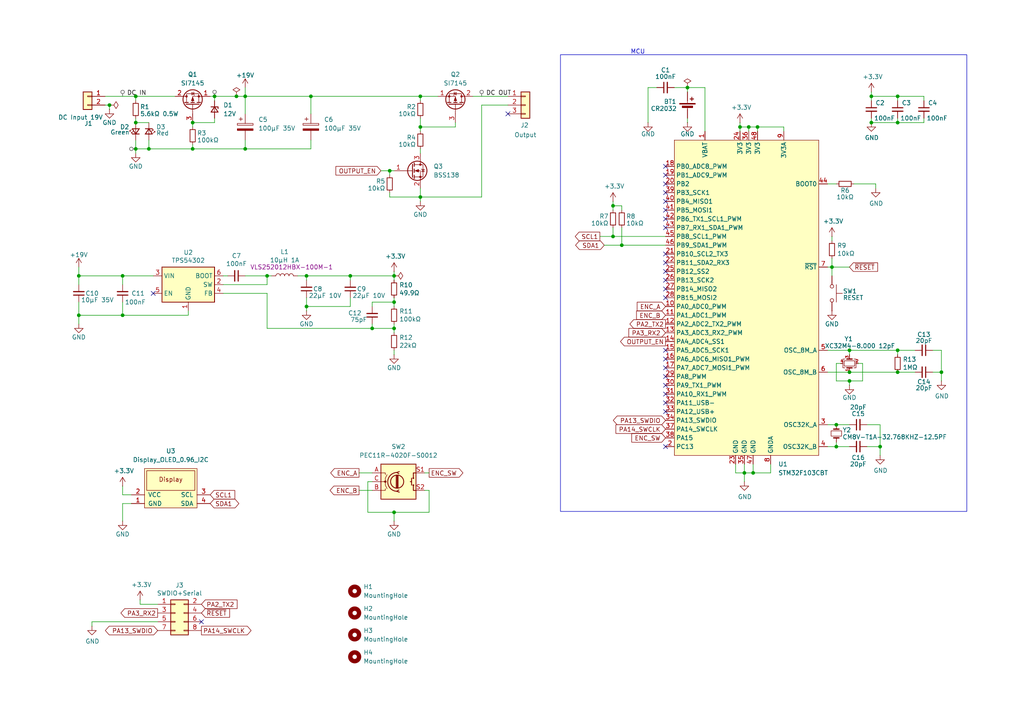
<source format=kicad_sch>
(kicad_sch (version 20231120) (generator "eeschema") (generator_version "8.0")
  (paper "A4")
  (title_block (title "Horticulture Timer") (date "2024-05-23") (company "Retronics - Bjørner Sandom"))
  (lib_symbols
    (symbol "Connector_Generic:Conn_01x02" (pin_names (offset 1.016) hide)
      (property "Reference" "J" (at 0 2.54 0))
      (property "Value" "Conn_01x02" (at 0 -5.08 0))
      (symbol "Conn_01x02_1_1"
        (pin passive line (at -5.08 0 0) (length 3.81) (name "Pin_1") (number "1"))
        (pin passive line (at -5.08 -2.54 0) (length 3.81) (name "Pin_2") (number "2"))
      )
    )
    (symbol "Connector_Generic:Conn_01x03" (pin_names (offset 1.016) hide)
      (property "Reference" "J" (at 0 5.08 0))
      (property "Value" "Conn_01x03" (at 0 -5.08 0))
      (symbol "Conn_01x03_1_1"
        (pin passive line (at -5.08 2.54 0) (length 3.81) (name "Pin_1") (number "1"))
        (pin passive line (at -5.08 0 0) (length 3.81) (name "Pin_2") (number "2"))
        (pin passive line (at -5.08 -2.54 0) (length 3.81) (name "Pin_3") (number "3"))
      )
    )
    (symbol "Connector_Generic:Conn_02x04_Odd_Even" (pin_names (offset 1.016) hide)
      (property "Reference" "J" (at 1.27 5.08 0))
      (property "Value" "Conn_02x04_Odd_Even" (at 1.27 -7.62 0))
      (symbol "Conn_02x04_Odd_Even_1_1"
        (pin passive line (at -5.08 2.54 0) (length 3.81) (name "Pin_1") (number "1"))
        (pin passive line (at 7.62 2.54 180) (length 3.81) (name "Pin_2") (number "2"))
        (pin passive line (at -5.08 0 0) (length 3.81) (name "Pin_3") (number "3"))
        (pin passive line (at 7.62 0 180) (length 3.81) (name "Pin_4") (number "4"))
        (pin passive line (at -5.08 -2.54 0) (length 3.81) (name "Pin_5") (number "5"))
        (pin passive line (at 7.62 -2.54 180) (length 3.81) (name "Pin_6") (number "6"))
        (pin passive line (at -5.08 -5.08 0) (length 3.81) (name "Pin_7") (number "7"))
        (pin passive line (at 7.62 -5.08 180) (length 3.81) (name "Pin_8") (number "8"))
      )
    )
    (symbol "Device:Battery_Cell" (pin_numbers hide) (pin_names (offset 0) hide)
      (property "Reference" "BT" (at 2.54 2.54 0))
      (property "Value" "Battery_Cell" (at 2.54 0 0))
      (symbol "Battery_Cell_1_1"
        (pin passive line (at 0 5.08 270) (length 2.54) (name "+") (number "1"))
        (pin passive line (at 0 -2.54 90) (length 2.54) (name "-") (number "2"))
      )
    )
    (symbol "Device:C_Polarized" (pin_numbers hide) (pin_names (offset 0.254))
      (property "Reference" "C" (at 0.635 2.54 0))
      (property "Value" "C_Polarized" (at 0.635 -2.54 0))
      (symbol "C_Polarized_1_1"
        (pin passive line (at 0 3.81 270) (length 2.794) (name "~") (number "1"))
        (pin passive line (at 0 -3.81 90) (length 2.794) (name "~") (number "2"))
      )
    )
    (symbol "Device:C_Small" (pin_numbers hide) (pin_names (offset 0.254) hide)
      (property "Reference" "C" (at 0.254 1.778 0))
      (property "Value" "C_Small" (at 0.254 -2.032 0))
      (symbol "C_Small_1_1"
        (pin passive line (at 0 2.54 270) (length 2.032) (name "~") (number "1"))
        (pin passive line (at 0 -2.54 90) (length 2.032) (name "~") (number "2"))
      )
    )
    (symbol "Device:Crystal_GND24_Small" (pin_names (offset 1.016) hide)
      (property "Reference" "Y" (at 1.27 4.445 0))
      (property "Value" "Crystal_GND24_Small" (at 1.27 2.54 0))
      (symbol "Crystal_GND24_Small_1_1"
        (pin passive line (at -2.54 0 0) (length 1.27) (name "1") (number "1"))
        (pin passive line (at 0 -2.54 90) (length 0.635) (name "2") (number "2"))
        (pin passive line (at 2.54 0 180) (length 1.27) (name "3") (number "3"))
        (pin passive line (at 0 2.54 270) (length 0.635) (name "4") (number "4"))
      )
    )
    (symbol "Device:Crystal_Small" (pin_numbers hide) (pin_names (offset 1.016) hide)
      (property "Reference" "Y" (at 0 2.54 0))
      (property "Value" "Crystal_Small" (at 0 -2.54 0))
      (symbol "Crystal_Small_1_1"
        (pin passive line (at -2.54 0 0) (length 1.27) (name "1") (number "1"))
        (pin passive line (at 2.54 0 180) (length 1.27) (name "2") (number "2"))
      )
    )
    (symbol "Device:D_Zener_Small" (pin_numbers hide) (pin_names (offset 0.254) hide)
      (property "Reference" "D" (at 0 2.286 0))
      (property "Value" "D_Zener_Small" (at 0 -2.286 0))
      (symbol "D_Zener_Small_1_1"
        (pin passive line (at -2.54 0 0) (length 1.778) (name "K") (number "1"))
        (pin passive line (at 2.54 0 180) (length 1.778) (name "A") (number "2"))
      )
    )
    (symbol "Device:L" (pin_numbers hide) (pin_names (offset 1.016) hide)
      (property "Reference" "L" (at -1.27 0 90))
      (property "Value" "L" (at 1.905 0 90))
      (symbol "L_1_1"
        (pin passive line (at 0 3.81 270) (length 1.27) (name "1") (number "1"))
        (pin passive line (at 0 -3.81 90) (length 1.27) (name "2") (number "2"))
      )
    )
    (symbol "Device:LED_Small" (pin_numbers hide) (pin_names (offset 0.254) hide)
      (property "Reference" "D" (at -1.27 3.175 0))
      (property "Value" "LED_Small" (at -4.445 -2.54 0))
      (symbol "LED_Small_1_1"
        (pin passive line (at -2.54 0 0) (length 1.778) (name "K") (number "1"))
        (pin passive line (at 2.54 0 180) (length 1.778) (name "A") (number "2"))
      )
    )
    (symbol "Device:R_Small" (pin_numbers hide) (pin_names (offset 0.254) hide)
      (property "Reference" "R" (at 0.762 0.508 0))
      (property "Value" "R_Small" (at 0.762 -1.016 0))
      (symbol "R_Small_1_1"
        (pin passive line (at 0 2.54 270) (length 0.762) (name "~") (number "1"))
        (pin passive line (at 0 -2.54 90) (length 0.762) (name "~") (number "2"))
      )
    )
    (symbol "Device:RotaryEncoder_Switch" (pin_names (offset 0.254) hide)
      (property "Reference" "SW" (at 0 6.604 0))
      (property "Value" "RotaryEncoder_Switch" (at 0 -6.604 0))
      (symbol "RotaryEncoder_Switch_1_1"
        (pin passive line (at -7.62 2.54 0) (length 2.54) (name "A") (number "A"))
        (pin passive line (at -7.62 -2.54 0) (length 2.54) (name "B") (number "B"))
        (pin passive line (at -7.62 0 0) (length 2.54) (name "C") (number "C"))
        (pin passive line (at 7.62 2.54 180) (length 2.54) (name "S1") (number "S1"))
        (pin passive line (at 7.62 -2.54 180) (length 2.54) (name "S2") (number "S2"))
      )
    )
    (symbol "Mechanical:MountingHole" (pin_names (offset 1.016)) (exclude_from_sim yes) (in_bom no)
      (property "Reference" "H" (at 0 5.08 0))
      (property "Value" "MountingHole" (at 0 3.175 0))
    )
    (symbol "Regulator_Switching:TPS54302"
      (property "Reference" "U" (at -7.62 6.35 0))
      (property "Value" "TPS54302" (at 0 6.35 0))
      (symbol "TPS54302_1_1"
        (pin power_in line (at 0 -7.62 90) (length 2.54) (name "GND") (number "1"))
        (pin power_out line (at 10.16 0 180) (length 2.54) (name "SW") (number "2"))
        (pin power_in line (at -10.16 2.54 0) (length 2.54) (name "VIN") (number "3"))
        (pin input line (at 10.16 -2.54 180) (length 2.54) (name "FB") (number "4"))
        (pin input line (at -10.16 -2.54 0) (length 2.54) (name "EN") (number "5"))
        (pin passive line (at 10.16 2.54 180) (length 2.54) (name "BOOT") (number "6"))
      )
    )
    (symbol "Retronics_Discrete:SI7145" (pin_names hide)
      (property "Reference" "Q" (at 5.08 1.905 0))
      (property "Value" "SI7145" (at 5.08 0 0))
      (symbol "SI7145_1_1"
        (pin passive line (at 2.54 -5.08 90) (length 2.54) (name "S") (number "1"))
        (pin passive line (at 2.54 5.08 270) (length 2.54) (name "D") (number "2"))
        (pin input line (at -5.08 0 0) (length 2.54) (name "G") (number "3"))
      )
    )
    (symbol "Retronics_Displays:Display_OLED_0.96_I2C" (pin_names (offset 1.016))
      (property "Reference" "U" (at -1.27 -6.35 0))
      (property "Value" "Display_OLED_0.96_I2C" (at 1.27 -3.81 0))
      (symbol "Display_OLED_0.96_I2C_0_0"
        (text "Display" (at -1.27 15.875 0) (effects (font (size 1.27 1.27))))
      )
      (symbol "Display_OLED_0.96_I2C_1_1"
        (pin power_in line (at -12.7 8.89 0) (length 3.81) (name "GND") (number "1"))
        (pin power_in line (at -12.7 11.43 0) (length 3.81) (name "VCC") (number "2"))
        (pin input line (at 10.16 11.43 180) (length 3.81) (name "SCL") (number "3"))
        (pin input line (at 10.16 8.89 180) (length 3.81) (name "SDA") (number "4"))
      )
    )
    (symbol "Retronics_Microcontrollers:STM32F103Cx"
      (property "Reference" "U" (at 2.54 -3.81 0))
      (property "Value" "STM32F103Cx" (at -5.08 -6.35 0))
      (symbol "STM32F103Cx_1_1"
        (pin power_in line (at -10.16 15.24 270) (length 2.54) (name "VBAT") (number "1"))
        (pin bidirectional line (at -21.59 -35.56 0) (length 2.54) (name "PA0_ADC0_PWM") (number "10"))
        (pin bidirectional line (at -21.59 -38.1 0) (length 2.54) (name "PA1_ADC1_PWM") (number "11"))
        (pin bidirectional line (at -21.59 -40.64 0) (length 2.54) (name "PA2_ADC2_TX2_PWM") (number "12"))
        (pin bidirectional line (at -21.59 -43.18 0) (length 2.54) (name "PA3_ADC3_RX2_PWM") (number "13"))
        (pin bidirectional line (at -21.59 -45.72 0) (length 2.54) (name "PA4_ADC4_SS1") (number "14"))
        (pin bidirectional line (at -21.59 -48.26 0) (length 2.54) (name "PA5_ADC5_SCK1") (number "15"))
        (pin bidirectional line (at -21.59 -50.8 0) (length 2.54) (name "PA6_ADC6_MISO1_PWM") (number "16"))
        (pin bidirectional line (at -21.59 -53.34 0) (length 2.54) (name "PA7_ADC7_MOSI1_PWM") (number "17"))
        (pin bidirectional line (at -21.59 5.08 0) (length 2.54) (name "PB0_ADC8_PWM") (number "18"))
        (pin bidirectional line (at -21.59 2.54 0) (length 2.54) (name "PB1_ADC9_PWM") (number "19"))
        (pin bidirectional line (at -21.59 -76.2 0) (length 2.54) (name "PC13") (number "2"))
        (pin bidirectional line (at -21.59 0 0) (length 2.54) (name "PB2") (number "20"))
        (pin bidirectional line (at -21.59 -20.32 0) (length 2.54) (name "PB10_SCL2_TX3") (number "21"))
        (pin bidirectional line (at -21.59 -22.86 0) (length 2.54) (name "PB11_SDA2_RX3") (number "22"))
        (pin power_in line (at -1.27 -81.28 90) (length 2.54) (name "GND") (number "23"))
        (pin power_in line (at 0 15.24 270) (length 2.54) (name "3V3") (number "24"))
        (pin bidirectional line (at -21.59 -25.4 0) (length 2.54) (name "PB12_SS2") (number "25"))
        (pin bidirectional line (at -21.59 -27.94 0) (length 2.54) (name "PB13_SCK2") (number "26"))
        (pin bidirectional line (at -21.59 -30.48 0) (length 2.54) (name "PB14_MISO2") (number "27"))
        (pin bidirectional line (at -21.59 -33.02 0) (length 2.54) (name "PB15_MOSI2") (number "28"))
        (pin bidirectional line (at -21.59 -55.88 0) (length 2.54) (name "PA8_PWM") (number "29"))
        (pin bidirectional line (at 25.4 -69.85 180) (length 2.54) (name "OSC32K_A") (number "3"))
        (pin bidirectional line (at -21.59 -58.42 0) (length 2.54) (name "PA9_TX1_PWM") (number "30"))
        (pin bidirectional line (at -21.59 -60.96 0) (length 2.54) (name "PA10_RX1_PWM") (number "31"))
        (pin bidirectional line (at -21.59 -63.5 0) (length 2.54) (name "PA11_USB-") (number "32"))
        (pin bidirectional line (at -21.59 -66.04 0) (length 2.54) (name "PA12_USB+") (number "33"))
        (pin bidirectional line (at -21.59 -68.58 0) (length 2.54) (name "PA13_SWDIO") (number "34"))
        (pin power_in line (at 1.27 -81.28 90) (length 2.54) (name "GND") (number "35"))
        (pin power_in line (at 2.54 15.24 270) (length 2.54) (name "3V3") (number "36"))
        (pin bidirectional line (at -21.59 -71.12 0) (length 2.54) (name "PA14_SWCLK") (number "37"))
        (pin bidirectional line (at -21.59 -73.66 0) (length 2.54) (name "PA15") (number "38"))
        (pin bidirectional line (at -21.59 -2.54 0) (length 2.54) (name "PB3_SCK1") (number "39"))
        (pin bidirectional line (at 25.4 -76.2 180) (length 2.54) (name "OSC32K_B") (number "4"))
        (pin bidirectional line (at -21.59 -5.08 0) (length 2.54) (name "PB4_MISO1") (number "40"))
        (pin bidirectional line (at -21.59 -7.62 0) (length 2.54) (name "PB5_MOSI1") (number "41"))
        (pin bidirectional line (at -21.59 -10.16 0) (length 2.54) (name "PB6_TX1_SCL1_PWM") (number "42"))
        (pin bidirectional line (at -21.59 -12.7 0) (length 2.54) (name "PB7_RX1_SDA1_PWM") (number "43"))
        (pin input line (at 25.4 0 180) (length 2.54) (name "BOOT0") (number "44"))
        (pin bidirectional line (at -21.59 -15.24 0) (length 2.54) (name "PB8_SCL1_PWM") (number "45"))
        (pin bidirectional line (at -21.59 -17.78 0) (length 2.54) (name "PB9_SDA1_PWM") (number "46"))
        (pin power_in line (at 3.81 -81.28 90) (length 2.54) (name "GND") (number "47"))
        (pin power_in line (at 5.08 15.24 270) (length 2.54) (name "3V3") (number "48"))
        (pin bidirectional line (at 25.4 -48.26 180) (length 2.54) (name "OSC_8M_A") (number "5"))
        (pin bidirectional line (at 25.4 -54.61 180) (length 2.54) (name "OSC_8M_B") (number "6"))
        (pin input line (at 25.4 -24.13 180) (length 2.54) (name "~{RST}") (number "7"))
        (pin power_in line (at 8.89 -81.28 90) (length 2.54) (name "GNDA") (number "8"))
        (pin power_in line (at 12.7 15.24 270) (length 2.54) (name "3V3A") (number "9"))
      )
    )
    (symbol "Retronics_PowerSymbols:+19V" (power) (pin_names (offset 0))
      (property "Value" "+19V" (at 0 3.556 0))
      (symbol "+19V_1_1"
        (pin power_in line (at 0 0 90) (length 0) hide (name "+19V") (number "1"))
      )
    )
    (symbol "SI7145_1" (pin_names hide)
      (property "Reference" "Q" (at 5.08 1.905 0))
      (property "Value" "SI7145" (at 5.08 0 0))
      (symbol "SI7145_1_1_1"
        (pin passive line (at 2.54 -5.08 90) (length 2.54) (name "S") (number "1"))
        (pin passive line (at 2.54 5.08 270) (length 2.54) (name "D") (number "2"))
        (pin input line (at -5.08 0 0) (length 2.54) (name "G") (number "3"))
      )
    )
    (symbol "Switch:SW_Push" (pin_numbers hide) (pin_names (offset 1.016) hide)
      (property "Reference" "SW" (at 1.27 2.54 0))
      (property "Value" "SW_Push" (at 0 -1.524 0))
      (symbol "SW_Push_0_1"
        (pin passive line (at -5.08 0 0) (length 2.54) (name "1") (number "1"))
        (pin passive line (at 5.08 0 180) (length 2.54) (name "2") (number "2"))
      )
    )
    (symbol "Transistor_FET:BSS138" (pin_names hide)
      (property "Reference" "Q" (at 5.08 1.905 0))
      (property "Value" "BSS138" (at 5.08 0 0))
      (symbol "BSS138_1_1"
        (pin input line (at -5.08 0 0) (length 2.54) (name "G") (number "1"))
        (pin passive line (at 2.54 -5.08 90) (length 2.54) (name "S") (number "2"))
        (pin passive line (at 2.54 5.08 270) (length 2.54) (name "D") (number "3"))
      )
    )
    (symbol "power:+3.3V" (power) (pin_numbers hide) (pin_names (offset 0) hide)
      (property "Value" "+3.3V" (at 0 3.556 0))
      (symbol "+3.3V_1_1"
        (pin power_in line (at 0 0 90) (length 0) (name "~") (number "1"))
      )
    )
    (symbol "power:GND" (power) (pin_numbers hide) (pin_names (offset 0) hide)
      (property "Value" "GND" (at 0 -3.81 0))
      (symbol "GND_1_1"
        (pin power_in line (at 0 0 270) (length 0) (name "~") (number "1"))
      )
    )
    (symbol "power:PWR_FLAG" (power) (pin_numbers hide) (pin_names (offset 0) hide)
      (property "Value" "PWR_FLAG" (at 0 3.81 0))
      (symbol "PWR_FLAG_0_0"
        (pin power_out line (at 0 0 90) (length 0) (name "~") (number "1"))
      )
    )
  )
  (junction (at 88.9 88.9))
  (junction (at 242.57 129.54))
  (junction (at 214.63 36.83))
  (junction (at 62.23 27.94))
  (junction (at 114.3 87.63))
  (junction (at 260.35 107.95))
  (junction (at 113.03 49.53))
  (junction (at 121.92 57.15))
  (junction (at 43.18 43.18))
  (junction (at 39.37 35.56))
  (junction (at 255.27 129.54))
  (junction (at 55.88 43.18))
  (junction (at 252.73 35.56))
  (junction (at 252.73 27.94))
  (junction (at 114.3 80.01))
  (junction (at 114.3 148.59))
  (junction (at 218.44 137.16))
  (junction (at 90.17 27.94))
  (junction (at 219.71 36.83))
  (junction (at 246.38 107.95))
  (junction (at 68.58 27.94))
  (junction (at 31.75 30.48))
  (junction (at 101.6 80.01))
  (junction (at 114.3 95.25))
  (junction (at 121.92 27.94))
  (junction (at 177.8 59.69))
  (junction (at 121.92 36.83))
  (junction (at 273.05 107.95))
  (junction (at 77.47 80.01))
  (junction (at 241.3 77.47))
  (junction (at 242.57 123.19))
  (junction (at 107.95 95.25))
  (junction (at 215.9 137.16))
  (junction (at 22.86 80.01))
  (junction (at 39.37 43.18))
  (junction (at 177.8 68.58))
  (junction (at 35.56 80.01))
  (junction (at 35.56 91.44))
  (junction (at 260.35 27.94))
  (junction (at 71.12 27.94))
  (junction (at 88.9 80.01))
  (junction (at 71.12 43.18))
  (junction (at 217.17 36.83))
  (junction (at 180.34 71.12))
  (junction (at 260.35 101.6))
  (junction (at 260.35 35.56))
  (junction (at 39.37 27.94))
  (junction (at 22.86 91.44))
  (junction (at 246.38 101.6))
  (junction (at 55.88 35.56))
  (junction (at 246.38 110.49))
  (junction (at 199.39 25.4))
  (no_connect (at 193.04 78.74))
  (no_connect (at 193.04 48.26))
  (no_connect (at 193.04 63.5))
  (no_connect (at 193.04 106.68))
  (no_connect (at 147.32 33.02))
  (no_connect (at 193.04 129.54))
  (no_connect (at 193.04 81.28))
  (no_connect (at 193.04 104.14))
  (no_connect (at 193.04 55.88))
  (no_connect (at 193.04 83.82))
  (no_connect (at 193.04 114.3))
  (no_connect (at 193.04 116.84))
  (no_connect (at 193.04 111.76))
  (no_connect (at 193.04 101.6))
  (no_connect (at 58.42 180.34))
  (no_connect (at 193.04 119.38))
  (no_connect (at 193.04 109.22))
  (no_connect (at 193.04 50.8))
  (no_connect (at 193.04 60.96))
  (no_connect (at 193.04 86.36))
  (no_connect (at 193.04 66.04))
  (no_connect (at 193.04 73.66))
  (no_connect (at 193.04 53.34))
  (no_connect (at 193.04 58.42))
  (no_connect (at 193.04 76.2))
  (no_connect (at 44.45 85.09))
  (wire (pts (xy 107.95 87.63) (xy 114.3 87.63)))
  (wire (pts (xy 40.64 173.99) (xy 40.64 175.26)))
  (wire (pts (xy 267.97 34.29) (xy 267.97 35.56)))
  (wire (pts (xy 260.35 29.21) (xy 260.35 27.94)))
  (wire (pts (xy 114.3 95.25) (xy 114.3 96.52)))
  (wire (pts (xy 71.12 27.94) (xy 71.12 25.4)))
  (wire (pts (xy 260.35 27.94) (xy 267.97 27.94)))
  (wire (pts (xy 260.35 34.29) (xy 260.35 35.56)))
  (wire (pts (xy 39.37 34.29) (xy 39.37 35.56)))
  (wire (pts (xy 251.46 129.54) (xy 255.27 129.54)))
  (wire (pts (xy 104.14 137.16) (xy 107.95 137.16)))
  (wire (pts (xy 71.12 27.94) (xy 71.12 33.02)))
  (wire (pts (xy 240.03 53.34) (xy 242.57 53.34)))
  (wire (pts (xy 106.68 148.59) (xy 106.68 139.7)))
  (wire (pts (xy 22.86 87.63) (xy 22.86 91.44)))
  (wire (pts (xy 113.03 55.88) (xy 113.03 57.15)))
  (wire (pts (xy 40.64 175.26) (xy 45.72 175.26)))
  (wire (pts (xy 223.52 134.62) (xy 223.52 137.16)))
  (wire (pts (xy 62.23 29.21) (xy 62.23 27.94)))
  (wire (pts (xy 35.56 140.97) (xy 35.56 143.51)))
  (wire (pts (xy 255.27 129.54) (xy 255.27 132.08)))
  (wire (pts (xy 110.49 49.53) (xy 113.03 49.53)))
  (wire (pts (xy 35.56 91.44) (xy 22.86 91.44)))
  (wire (pts (xy 39.37 44.45) (xy 39.37 43.18)))
  (wire (pts (xy 113.03 50.8) (xy 113.03 49.53)))
  (wire (pts (xy 35.56 91.44) (xy 54.61 91.44)))
  (wire (pts (xy 124.46 148.59) (xy 124.46 142.24)))
  (wire (pts (xy 35.56 143.51) (xy 38.1 143.51)))
  (wire (pts (xy 88.9 88.9) (xy 88.9 86.36)))
  (wire (pts (xy 44.45 80.01) (xy 35.56 80.01)))
  (wire (pts (xy 90.17 33.02) (xy 90.17 27.94)))
  (wire (pts (xy 114.3 80.01) (xy 101.6 80.01)))
  (wire (pts (xy 204.47 25.4) (xy 204.47 38.1)))
  (wire (pts (xy 35.56 146.05) (xy 38.1 146.05)))
  (wire (pts (xy 31.75 31.75) (xy 31.75 30.48)))
  (wire (pts (xy 55.88 43.18) (xy 71.12 43.18)))
  (wire (pts (xy 71.12 27.94) (xy 90.17 27.94)))
  (wire (pts (xy 187.96 35.56) (xy 187.96 25.4)))
  (wire (pts (xy 22.86 91.44) (xy 22.86 93.98)))
  (wire (pts (xy 255.27 123.19) (xy 255.27 129.54)))
  (wire (pts (xy 246.38 110.49) (xy 246.38 111.76)))
  (wire (pts (xy 101.6 81.28) (xy 101.6 80.01)))
  (wire (pts (xy 121.92 57.15) (xy 121.92 58.42)))
  (wire (pts (xy 252.73 29.21) (xy 252.73 27.94)))
  (wire (pts (xy 22.86 77.47) (xy 22.86 80.01)))
  (wire (pts (xy 180.34 66.04) (xy 180.34 71.12)))
  (wire (pts (xy 250.19 105.41) (xy 248.92 105.41)))
  (wire (pts (xy 30.48 27.94) (xy 39.37 27.94)))
  (wire (pts (xy 246.38 101.6) (xy 260.35 101.6)))
  (wire (pts (xy 106.68 139.7) (xy 107.95 139.7)))
  (wire (pts (xy 243.84 105.41) (xy 242.57 105.41)))
  (wire (pts (xy 241.3 77.47) (xy 246.38 77.47)))
  (wire (pts (xy 195.58 25.4) (xy 199.39 25.4)))
  (wire (pts (xy 240.03 77.47) (xy 241.3 77.47)))
  (wire (pts (xy 270.51 101.6) (xy 273.05 101.6)))
  (wire (pts (xy 260.35 107.95) (xy 265.43 107.95)))
  (wire (pts (xy 77.47 85.09) (xy 64.77 85.09)))
  (wire (pts (xy 62.23 27.94) (xy 68.58 27.94)))
  (wire (pts (xy 219.71 36.83) (xy 219.71 38.1)))
  (wire (pts (xy 252.73 26.67) (xy 252.73 27.94)))
  (wire (pts (xy 217.17 36.83) (xy 219.71 36.83)))
  (wire (pts (xy 241.3 74.93) (xy 241.3 77.47)))
  (wire (pts (xy 124.46 142.24) (xy 123.19 142.24)))
  (wire (pts (xy 180.34 71.12) (xy 193.04 71.12)))
  (wire (pts (xy 242.57 128.27) (xy 242.57 129.54)))
  (wire (pts (xy 43.18 43.18) (xy 43.18 40.64)))
  (wire (pts (xy 77.47 80.01) (xy 78.74 80.01)))
  (wire (pts (xy 39.37 43.18) (xy 43.18 43.18)))
  (wire (pts (xy 55.88 43.18) (xy 55.88 41.91)))
  (wire (pts (xy 90.17 27.94) (xy 121.92 27.94)))
  (wire (pts (xy 177.8 58.42) (xy 177.8 59.69)))
  (wire (pts (xy 252.73 27.94) (xy 260.35 27.94)))
  (wire (pts (xy 240.03 101.6) (xy 246.38 101.6)))
  (wire (pts (xy 121.92 43.18) (xy 121.92 44.45)))
  (wire (pts (xy 246.38 102.87) (xy 246.38 101.6)))
  (wire (pts (xy 101.6 86.36) (xy 101.6 88.9)))
  (wire (pts (xy 39.37 40.64) (xy 39.37 43.18)))
  (wire (pts (xy 88.9 81.28) (xy 88.9 80.01)))
  (wire (pts (xy 252.73 34.29) (xy 252.73 35.56)))
  (wire (pts (xy 88.9 80.01) (xy 86.36 80.01)))
  (wire (pts (xy 121.92 36.83) (xy 132.08 36.83)))
  (wire (pts (xy 247.65 53.34) (xy 254 53.34)))
  (wire (pts (xy 187.96 25.4) (xy 190.5 25.4)))
  (wire (pts (xy 107.95 95.25) (xy 114.3 95.25)))
  (wire (pts (xy 114.3 78.74) (xy 114.3 80.01)))
  (wire (pts (xy 241.3 68.58) (xy 241.3 69.85)))
  (wire (pts (xy 114.3 148.59) (xy 106.68 148.59)))
  (wire (pts (xy 246.38 110.49) (xy 250.19 110.49)))
  (wire (pts (xy 217.17 36.83) (xy 217.17 38.1)))
  (wire (pts (xy 223.52 137.16) (xy 218.44 137.16)))
  (wire (pts (xy 114.3 101.6) (xy 114.3 102.87)))
  (wire (pts (xy 107.95 93.98) (xy 107.95 95.25)))
  (wire (pts (xy 55.88 35.56) (xy 62.23 35.56)))
  (wire (pts (xy 241.3 80.01) (xy 241.3 77.47)))
  (wire (pts (xy 101.6 80.01) (xy 88.9 80.01)))
  (wire (pts (xy 121.92 27.94) (xy 127 27.94)))
  (wire (pts (xy 246.38 129.54) (xy 242.57 129.54)))
  (wire (pts (xy 104.14 142.24) (xy 107.95 142.24)))
  (wire (pts (xy 35.56 146.05) (xy 35.56 151.13)))
  (wire (pts (xy 90.17 43.18) (xy 90.17 40.64)))
  (wire (pts (xy 273.05 107.95) (xy 273.05 110.49)))
  (wire (pts (xy 113.03 49.53) (xy 114.3 49.53)))
  (wire (pts (xy 114.3 93.98) (xy 114.3 95.25)))
  (wire (pts (xy 107.95 88.9) (xy 107.95 87.63)))
  (wire (pts (xy 54.61 91.44) (xy 54.61 90.17)))
  (wire (pts (xy 251.46 123.19) (xy 255.27 123.19)))
  (wire (pts (xy 114.3 151.13) (xy 114.3 148.59)))
  (wire (pts (xy 260.35 35.56) (xy 252.73 35.56)))
  (wire (pts (xy 31.75 30.48) (xy 30.48 30.48)))
  (wire (pts (xy 132.08 35.56) (xy 132.08 36.83)))
  (wire (pts (xy 114.3 80.01) (xy 114.3 81.28)))
  (wire (pts (xy 71.12 80.01) (xy 77.47 80.01)))
  (wire (pts (xy 62.23 27.94) (xy 60.96 27.94)))
  (wire (pts (xy 114.3 86.36) (xy 114.3 87.63)))
  (wire (pts (xy 265.43 101.6) (xy 260.35 101.6)))
  (wire (pts (xy 214.63 35.56) (xy 214.63 36.83)))
  (wire (pts (xy 218.44 137.16) (xy 218.44 134.62)))
  (wire (pts (xy 77.47 82.55) (xy 77.47 80.01)))
  (wire (pts (xy 177.8 68.58) (xy 193.04 68.58)))
  (wire (pts (xy 88.9 88.9) (xy 88.9 90.17)))
  (wire (pts (xy 177.8 59.69) (xy 180.34 59.69)))
  (wire (pts (xy 240.03 107.95) (xy 246.38 107.95)))
  (wire (pts (xy 26.67 181.61) (xy 26.67 180.34)))
  (wire (pts (xy 199.39 34.29) (xy 199.39 35.56)))
  (wire (pts (xy 35.56 87.63) (xy 35.56 91.44)))
  (wire (pts (xy 137.16 27.94) (xy 147.32 27.94)))
  (wire (pts (xy 43.18 43.18) (xy 55.88 43.18)))
  (wire (pts (xy 71.12 43.18) (xy 90.17 43.18)))
  (wire (pts (xy 64.77 80.01) (xy 66.04 80.01)))
  (wire (pts (xy 113.03 57.15) (xy 121.92 57.15)))
  (wire (pts (xy 215.9 139.7) (xy 215.9 137.16)))
  (wire (pts (xy 173.99 68.58) (xy 177.8 68.58)))
  (wire (pts (xy 213.36 137.16) (xy 215.9 137.16)))
  (wire (pts (xy 219.71 36.83) (xy 227.33 36.83)))
  (wire (pts (xy 180.34 59.69) (xy 180.34 60.96)))
  (wire (pts (xy 273.05 107.95) (xy 270.51 107.95)))
  (wire (pts (xy 64.77 82.55) (xy 77.47 82.55)))
  (wire (pts (xy 139.7 30.48) (xy 147.32 30.48)))
  (wire (pts (xy 242.57 110.49) (xy 246.38 110.49)))
  (wire (pts (xy 39.37 27.94) (xy 50.8 27.94)))
  (wire (pts (xy 177.8 66.04) (xy 177.8 68.58)))
  (wire (pts (xy 121.92 36.83) (xy 121.92 38.1)))
  (wire (pts (xy 121.92 27.94) (xy 121.92 29.21)))
  (wire (pts (xy 26.67 180.34) (xy 45.72 180.34)))
  (wire (pts (xy 260.35 101.6) (xy 260.35 102.87)))
  (wire (pts (xy 214.63 36.83) (xy 217.17 36.83)))
  (wire (pts (xy 35.56 80.01) (xy 22.86 80.01)))
  (wire (pts (xy 68.58 27.94) (xy 71.12 27.94)))
  (wire (pts (xy 121.92 57.15) (xy 139.7 57.15)))
  (wire (pts (xy 199.39 25.4) (xy 199.39 26.67)))
  (wire (pts (xy 22.86 80.01) (xy 22.86 82.55)))
  (wire (pts (xy 35.56 82.55) (xy 35.56 80.01)))
  (wire (pts (xy 242.57 129.54) (xy 240.03 129.54)))
  (wire (pts (xy 39.37 35.56) (xy 43.18 35.56)))
  (wire (pts (xy 213.36 134.62) (xy 213.36 137.16)))
  (wire (pts (xy 214.63 36.83) (xy 214.63 38.1)))
  (wire (pts (xy 121.92 54.61) (xy 121.92 57.15)))
  (wire (pts (xy 101.6 88.9) (xy 88.9 88.9)))
  (wire (pts (xy 242.57 123.19) (xy 246.38 123.19)))
  (wire (pts (xy 77.47 95.25) (xy 77.47 85.09)))
  (wire (pts (xy 215.9 134.62) (xy 215.9 137.16)))
  (wire (pts (xy 121.92 34.29) (xy 121.92 36.83)))
  (wire (pts (xy 62.23 35.56) (xy 62.23 34.29)))
  (wire (pts (xy 254 53.34) (xy 254 54.61)))
  (wire (pts (xy 204.47 25.4) (xy 199.39 25.4)))
  (wire (pts (xy 114.3 148.59) (xy 124.46 148.59)))
  (wire (pts (xy 273.05 101.6) (xy 273.05 107.95)))
  (wire (pts (xy 250.19 105.41) (xy 250.19 110.49)))
  (wire (pts (xy 240.03 123.19) (xy 242.57 123.19)))
  (wire (pts (xy 175.26 71.12) (xy 180.34 71.12)))
  (wire (pts (xy 177.8 59.69) (xy 177.8 60.96)))
  (wire (pts (xy 114.3 87.63) (xy 114.3 88.9)))
  (wire (pts (xy 107.95 95.25) (xy 77.47 95.25)))
  (wire (pts (xy 267.97 35.56) (xy 260.35 35.56)))
  (wire (pts (xy 71.12 43.18) (xy 71.12 40.64)))
  (wire (pts (xy 139.7 57.15) (xy 139.7 30.48)))
  (wire (pts (xy 39.37 27.94) (xy 39.37 29.21)))
  (wire (pts (xy 246.38 107.95) (xy 260.35 107.95)))
  (wire (pts (xy 227.33 38.1) (xy 227.33 36.83)))
  (wire (pts (xy 55.88 36.83) (xy 55.88 35.56)))
  (wire (pts (xy 242.57 105.41) (xy 242.57 110.49)))
  (wire (pts (xy 267.97 27.94) (xy 267.97 29.21)))
  (wire (pts (xy 215.9 137.16) (xy 218.44 137.16)))
  (wire (pts (xy 123.19 137.16) (xy 124.46 137.16)))
  (rectangle (start 162.56 15.875) (end 280.416 148.336))
  (text "MCU" (at 182.88 15.875 0) (effects (font (size 1.27 1.27)) (justify left bottom)))
  (label "DC IN" (at 36.83 27.94 0))
  (label "DC OUT" (at 140.97 27.94 0))
  (global_label "OUTPUT_EN" (shape output) (at 193.04 99.06 180) (property "Intersheetrefs" "${INTERSHEET_REFS}" (effects (hide yes))))
  (global_label "ENC_B" (shape output) (at 104.14 142.24 180) (property "Intersheetrefs" "${INTERSHEET_REFS}" (effects (hide yes))))
  (global_label "SCL1" (shape input) (at 60.96 143.51 0) (property "Intersheetrefs" "${INTERSHEET_REFS}" (effects (hide yes))))
  (global_label "~{RESET}" (shape input) (at 246.38 77.47 0) (property "Intersheetrefs" "${INTERSHEET_REFS}" (effects (hide yes))))
  (global_label "PA13_SWDIO" (shape bidirectional) (at 45.72 182.88 180) (property "Intersheetrefs" "${INTERSHEET_REFS}" (effects (hide yes))))
  (global_label "SDA1" (shape bidirectional) (at 60.96 146.05 0) (property "Intersheetrefs" "${INTERSHEET_REFS}" (effects (hide yes))))
  (global_label "PA3_RX2" (shape input) (at 193.04 96.52 180) (property "Intersheetrefs" "${INTERSHEET_REFS}" (effects (hide yes))))
  (global_label "ENC_A" (shape output) (at 104.14 137.16 180) (property "Intersheetrefs" "${INTERSHEET_REFS}" (effects (hide yes))))
  (global_label "PA2_TX2" (shape input) (at 58.42 175.26 0) (property "Intersheetrefs" "${INTERSHEET_REFS}" (effects (hide yes))))
  (global_label "PA14_SWCLK" (shape output) (at 58.42 182.88 0) (property "Intersheetrefs" "${INTERSHEET_REFS}" (effects (hide yes))))
  (global_label "PA14_SWCLK" (shape input) (at 193.04 124.46 180) (property "Intersheetrefs" "${INTERSHEET_REFS}" (effects (hide yes))))
  (global_label "OUTPUT_EN" (shape input) (at 110.49 49.53 180) (property "Intersheetrefs" "${INTERSHEET_REFS}" (effects (hide yes))))
  (global_label "SDA1" (shape bidirectional) (at 175.26 71.12 180) (property "Intersheetrefs" "${INTERSHEET_REFS}" (effects (hide yes))))
  (global_label "PA13_SWDIO" (shape bidirectional) (at 193.04 121.92 180) (property "Intersheetrefs" "${INTERSHEET_REFS}" (effects (hide yes))))
  (global_label "ENC_SW" (shape input) (at 193.04 127 180) (property "Intersheetrefs" "${INTERSHEET_REFS}" (effects (hide yes))))
  (global_label "ENC_B" (shape input) (at 193.04 91.44 180) (property "Intersheetrefs" "${INTERSHEET_REFS}" (effects (hide yes))))
  (global_label "ENC_A" (shape input) (at 193.04 88.9 180) (property "Intersheetrefs" "${INTERSHEET_REFS}" (effects (hide yes))))
  (global_label "ENC_SW" (shape output) (at 124.46 137.16 0) (property "Intersheetrefs" "${INTERSHEET_REFS}" (effects (hide yes))))
  (global_label "PA2_TX2" (shape output) (at 193.04 93.98 180) (property "Intersheetrefs" "${INTERSHEET_REFS}" (effects (hide yes))))
  (global_label "~{RESET}" (shape input) (at 58.42 177.8 0) (property "Intersheetrefs" "${INTERSHEET_REFS}" (effects (hide yes))))
  (global_label "SCL1" (shape output) (at 173.99 68.58 180) (property "Intersheetrefs" "${INTERSHEET_REFS}" (effects (hide yes))))
  (global_label "PA3_RX2" (shape output) (at 45.72 177.8 180) (property "Intersheetrefs" "${INTERSHEET_REFS}" (effects (hide yes))))
  (netclass_flag "" (length 1.27) (shape round) (at 35.56 27.94 0) (property "Netclass" "Power" (effects (hide yes))))
  (netclass_flag "" (length 1.27) (shape round) (at 139.7 27.94 0) (property "Netclass" "Power" (effects (hide yes))))
  (netclass_flag "" (length 1.27) (shape round) (at 62.23 27.94 0) (property "Netclass" "Power" (effects (hide yes))))
  (netclass_flag "" (length 1.27) (shape round) (at 39.37 43.18 90) (property "Netclass" "Power" (effects (hide yes))))
  (symbol (lib_id "power:+3.3V") (at 40.64 173.99 0) (unit 1)
    (property "Reference" "#PWR026" (effects (hide yes)))
    (property "Value" "+3.3V" (at 41.021 169.5958 0))
    (property "Description" "Power symbol creates a global label with name \"+3.3V\"" (effects (hide yes)))
  )
  (symbol (lib_id "Retronics_PowerSymbols:+19V") (at 71.12 25.4 0) (unit 1)
    (property "Reference" "#PWR01" (effects (hide yes)))
    (property "Value" "+19V" (at 71.12 21.844 0))
    (property "Description" "Power symbol creates a global label with name \"+19V\"" (effects (hide yes)))
  )
  (symbol (lib_id "power:GND") (at 199.39 35.56 0) (unit 1)
    (property "Reference" "#PWR05" (effects (hide yes)))
    (property "Value" "GND" (at 199.39 38.862 0))
    (property "Description" "Power symbol creates a global label with name \"GND\" , ground" (effects (hide yes)))
  )
  (symbol (lib_id "Device:R_Small") (at 177.8 63.5 0) (mirror y) (unit 1)
    (property "Reference" "R7" (at 176.53 62.738 0) (effects (justify left)))
    (property "Value" "10kΩ" (at 176.53 64.77 0) (effects (justify left)))
    (property "Footprint" "Retronics_Passives:R_0603_1608Metric_Pad0.98x0.95mm_HandSolder" (effects (hide yes)))
    (property "Description" "Resistor, small symbol" (effects (hide yes)))
  )
  (symbol (lib_id "power:+3.3V") (at 252.73 26.67 0) (unit 1)
    (property "Reference" "#PWR02" (effects (hide yes)))
    (property "Value" "+3.3V" (at 253.111 22.2758 0))
    (property "Description" "Power symbol creates a global label with name \"+3.3V\"" (effects (hide yes)))
  )
  (symbol (lib_id "power:GND") (at 252.73 35.56 0) (unit 1)
    (property "Reference" "#PWR07" (effects (hide yes)))
    (property "Value" "GND" (at 252.857 39.9542 0))
    (property "Description" "Power symbol creates a global label with name \"GND\" , ground" (effects (hide yes)))
  )
  (symbol (lib_id "Device:C_Small") (at 88.9 83.82 180) (unit 1)
    (property "Reference" "C8" (at 90.805 83.82 0) (effects (justify right)))
    (property "Value" "22µF 10V" (at 89.535 85.725 0) (effects (justify right)))
    (property "Footprint" "Capacitor_SMD:C_0603_1608Metric_Pad1.08x0.95mm_HandSolder" (effects (hide yes)))
  )
  (symbol (lib_id "power:PWR_FLAG") (at 31.75 30.48 270) (unit 1)
    (property "Reference" "#FLG03" (effects (hide yes)))
    (property "Value" "PWR_FLAG" (effects (hide yes)))
    (property "Description" "Special symbol for telling ERC where power comes from" (effects (hide yes)))
  )
  (symbol (lib_id "power:GND") (at 35.56 151.13 0) (unit 1)
    (property "Reference" "#PWR024" (effects (hide yes)))
    (property "Value" "GND" (at 35.56 154.94 0))
    (property "Description" "Power symbol creates a global label with name \"GND\" , ground" (effects (hide yes)))
  )
  (symbol (lib_id "Device:LED_Small") (at 39.37 38.1 90) (unit 1)
    (property "Reference" "D2" (at 34.798 36.83 90) (effects (justify right)))
    (property "Value" "Green" (at 32.004 38.354 90) (effects (justify right)))
    (property "Footprint" "LED_SMD:LED_0805_2012Metric_Pad1.15x1.40mm_HandSolder" (effects (hide yes)))
    (property "Description" "Light emitting diode, small symbol" (effects (hide yes)))
  )
  (symbol (lib_id "Mechanical:MountingHole") (at 102.87 184.15 0) (unit 1) (exclude_from_sim yes) (in_bom no)
    (property "Reference" "H3" (at 105.41 182.8799 0) (effects (justify left)))
    (property "Value" "MountingHole" (at 105.41 185.4199 0) (effects (justify left)))
    (property "Footprint" "MountingHole:MountingHole_3.2mm_M3" (effects (hide yes)))
    (property "Description" "Mounting Hole without connection" (effects (hide yes)))
  )
  (symbol (lib_id "Device:D_Zener_Small") (at 62.23 31.75 270) (unit 1)
    (property "Reference" "D1" (at 64.77 30.4799 90) (effects (justify left)))
    (property "Value" "12V" (at 64.77 33.0199 90) (effects (justify left)))
    (property "Footprint" "Diode_SMD:D_SOD-123" (effects (hide yes)))
    (property "Description" "Zener diode, small symbol" (effects (hide yes)))
  )
  (symbol (lib_id "Device:R_Small") (at 113.03 53.34 0) (mirror y) (unit 1)
    (property "Reference" "R5" (at 111.76 52.578 0) (effects (justify left)))
    (property "Value" "10kΩ" (at 111.76 54.61 0) (effects (justify left)))
    (property "Footprint" "Retronics_Passives:R_0603_1608Metric_Pad0.98x0.95mm_HandSolder" (effects (hide yes)))
    (property "Description" "Resistor, small symbol" (effects (hide yes)))
  )
  (symbol (lib_id "Device:L") (at 82.55 80.01 90) (unit 1)
    (property "Reference" "L1" (at 82.55 73.025 90))
    (property "Value" "10µH 1A" (at 82.55 75.438 90))
    (property "Footprint" "Inductor_SMD:L_Taiyo-Yuden_NR-20xx_HandSoldering" (effects (hide yes)))
    (property "Comments" "VLS252012HBX-100M-1" (at 84.582 77.47 90))
  )
  (symbol (lib_id "Device:Battery_Cell") (at 199.39 31.75 0) (unit 1)
    (property "Reference" "BT1" (at 192.532 29.464 0) (effects (justify left)))
    (property "Value" "CR2032" (at 188.722 31.496 0) (effects (justify left)))
    (property "Footprint" "Retronics_Hardware:BS7" (effects (hide yes)))
    (property "Description" "Single-cell battery" (effects (hide yes)))
  )
  (symbol (lib_id "power:GND") (at 254 54.61 0) (unit 1)
    (property "Reference" "#PWR09" (effects (hide yes)))
    (property "Value" "GND" (at 254.127 59.0042 0))
    (property "Description" "Power symbol creates a global label with name \"GND\" , ground" (effects (hide yes)))
  )
  (symbol (lib_id "power:GND") (at 26.67 181.61 0) (unit 1)
    (property "Reference" "#PWR027" (effects (hide yes)))
    (property "Value" "GND" (at 26.797 186.0042 0))
    (property "Description" "Power symbol creates a global label with name \"GND\" , ground" (effects (hide yes)))
  )
  (symbol (lib_id "power:+3.3V") (at 35.56 140.97 0) (unit 1)
    (property "Reference" "#PWR023" (effects (hide yes)))
    (property "Value" "+3.3V" (at 35.941 136.5758 0))
    (property "Description" "Power symbol creates a global label with name \"+3.3V\"" (effects (hide yes)))
  )
  (symbol (lib_id "Device:RotaryEncoder_Switch") (at 115.57 139.7 0) (unit 1)
    (property "Reference" "SW2" (at 115.57 129.54 0))
    (property "Value" "PEC11R-4020F-S0012" (at 115.57 132.08 0))
    (property "Footprint" "Retronics_Switches:PEC11R-4020F-S0012" (effects (hide yes)))
  )
  (symbol (lib_id "Device:C_Small") (at 267.97 31.75 0) (unit 1)
    (property "Reference" "C4" (at 270.51 29.845 0))
    (property "Value" "100nF" (at 271.78 34.29 0))
    (property "Footprint" "Retronics_Passives:C_0603_1608Metric_Pad1.08x0.95mm_HandSolder" (effects (hide yes)))
  )
  (symbol (lib_name "SI7145_1") (lib_id "Retronics_Discrete:SI7145") (at 132.08 30.48 270) (mirror x) (unit 1)
    (property "Reference" "Q2" (at 132.08 21.59 90))
    (property "Value" "SI7145" (at 132.08 24.13 90))
    (property "Footprint" "Retronics_Discrete:SON8_SI7135DP-T1-GE3_VIS" (effects (hide yes)))
  )
  (symbol (lib_id "power:GND") (at 114.3 151.13 0) (unit 1)
    (property "Reference" "#PWR025" (effects (hide yes)))
    (property "Value" "GND" (at 114.3 154.94 0))
  )
  (symbol (lib_id "Device:R_Small") (at 121.92 40.64 0) (mirror y) (unit 1)
    (property "Reference" "R4" (at 120.65 39.878 0) (effects (justify left)))
    (property "Value" "10kΩ" (at 120.65 41.91 0) (effects (justify left)))
    (property "Footprint" "Retronics_Passives:R_0603_1608Metric_Pad0.98x0.95mm_HandSolder" (effects (hide yes)))
    (property "Description" "Resistor, small symbol" (effects (hide yes)))
  )
  (symbol (lib_id "power:GND") (at 39.37 44.45 0) (unit 1)
    (property "Reference" "#PWR08" (effects (hide yes)))
    (property "Value" "GND" (at 39.37 48.26 0))
    (property "Description" "Power symbol creates a global label with name \"GND\" , ground" (effects (hide yes)))
  )
  (symbol (lib_id "power:+3.3V") (at 114.3 78.74 0) (unit 1)
    (property "Reference" "#PWR014" (effects (hide yes)))
    (property "Value" "+3.3V" (at 114.681 74.3458 0))
    (property "Description" "Power symbol creates a global label with name \"+3.3V\"" (effects (hide yes)))
  )
  (symbol (lib_id "Retronics_Displays:Display_OLED_0.96_I2C") (at 50.8 154.94 0) (unit 1)
    (property "Reference" "U3" (at 49.53 130.81 0))
    (property "Value" "Display_OLED_0.96_I2C" (at 49.53 133.35 0))
    (property "Footprint" "Retronics_Displays:Display_OLED_0.96in_I2C" (effects (hide yes)))
  )
  (symbol (lib_id "Device:R_Small") (at 241.3 72.39 180) (unit 1)
    (property "Reference" "R9" (at 242.7986 71.2216 0) (effects (justify right)))
    (property "Value" "10kΩ" (at 242.7986 73.533 0) (effects (justify right)))
    (property "Footprint" "Retronics_Passives:R_0603_1608Metric_Pad0.98x0.95mm_HandSolder" (effects (hide yes)))
  )
  (symbol (lib_id "Device:C_Small") (at 248.92 129.54 270) (unit 1)
    (property "Reference" "C16" (at 248.92 132.715 90))
    (property "Value" "20pF" (at 248.92 134.62 90))
    (property "Footprint" "Retronics_Passives:C_0603_1608Metric_Pad1.08x0.95mm_HandSolder" (effects (hide yes)))
  )
  (symbol (lib_id "power:GND") (at 255.27 132.08 0) (unit 1)
    (property "Reference" "#PWR021" (effects (hide yes)))
    (property "Value" "GND" (at 255.397 136.4742 0))
    (property "Description" "Power symbol creates a global label with name \"GND\" , ground" (effects (hide yes)))
  )
  (symbol (lib_id "Connector_Generic:Conn_01x02") (at 25.4 27.94 0) (mirror y) (unit 1)
    (property "Reference" "J1" (at 25.654 35.814 0))
    (property "Value" "DC Input 19V" (at 23.368 34.036 0))
    (property "Footprint" "Retronics_Connectors:Pluggable_DB2ERC-5.08-2P-BK" (effects (hide yes)))
    (property "Description" "Generic connector, single row, 01x02, script generated (kicad-library-utils/schlib/autogen/connector/)" (effects (hide yes)))
  )
  (symbol (lib_id "power:GND") (at 215.9 139.7 0) (unit 1)
    (property "Reference" "#PWR022" (effects (hide yes)))
    (property "Value" "GND" (at 216.027 144.0942 0))
    (property "Description" "Power symbol creates a global label with name \"GND\" , ground" (effects (hide yes)))
  )
  (symbol (lib_id "Device:LED_Small") (at 43.18 38.1 270) (unit 1)
    (property "Reference" "D3" (at 48.006 36.83 90) (effects (justify right)))
    (property "Value" "Red" (at 49.022 38.608 90) (effects (justify right)))
    (property "Footprint" "LED_SMD:LED_0805_2012Metric_Pad1.15x1.40mm_HandSolder" (effects (hide yes)))
    (property "Description" "Light emitting diode, small symbol" (effects (hide yes)))
  )
  (symbol (lib_id "power:PWR_FLAG") (at 199.39 25.4 0) (unit 1)
    (property "Reference" "#FLG01" (effects (hide yes)))
    (property "Value" "PWR_FLAG" (effects (hide yes)))
    (property "Description" "Special symbol for telling ERC where power comes from" (effects (hide yes)))
  )
  (symbol (lib_id "Device:Crystal_Small") (at 242.57 125.73 270) (unit 1)
    (property "Reference" "Y2" (at 244.348 124.714 90) (effects (justify left)))
    (property "Value" "CM8V-T1A-32.768KHZ-12.5PF" (at 244.348 126.746 90) (effects (justify left)))
    (property "Footprint" "Crystal:Crystal_SMD_MicroCrystal_CC8V-T1A-2Pin_2.0x1.2mm_HandSoldering" (effects (hide yes)))
  )
  (symbol (lib_id "Device:C_Small") (at 260.35 31.75 0) (unit 1)
    (property "Reference" "C3" (at 262.89 29.845 0))
    (property "Value" "100nF" (at 264.16 34.29 0))
    (property "Footprint" "Retronics_Passives:C_0603_1608Metric_Pad1.08x0.95mm_HandSolder" (effects (hide yes)))
  )
  (symbol (lib_id "power:PWR_FLAG") (at 68.58 27.94 0) (unit 1)
    (property "Reference" "#FLG02" (effects (hide yes)))
    (property "Value" "PWR_FLAG" (effects (hide yes)))
    (property "Description" "Special symbol for telling ERC where power comes from" (effects (hide yes)))
  )
  (symbol (lib_id "Mechanical:MountingHole") (at 102.87 171.45 0) (unit 1) (exclude_from_sim yes) (in_bom no)
    (property "Reference" "H1" (at 105.41 170.1799 0) (effects (justify left)))
    (property "Value" "MountingHole" (at 105.41 172.7199 0) (effects (justify left)))
    (property "Footprint" "MountingHole:MountingHole_3.2mm_M3" (effects (hide yes)))
    (property "Description" "Mounting Hole without connection" (effects (hide yes)))
  )
  (symbol (lib_id "power:GND") (at 187.96 35.56 0) (unit 1)
    (property "Reference" "#PWR04" (effects (hide yes)))
    (property "Value" "GND" (at 187.96 38.862 0))
    (property "Description" "Power symbol creates a global label with name \"GND\" , ground" (effects (hide yes)))
  )
  (symbol (lib_id "Retronics_PowerSymbols:+19V") (at 22.86 77.47 0) (unit 1)
    (property "Reference" "#PWR013" (effects (hide yes)))
    (property "Value" "+19V" (at 22.86 73.914 0))
    (property "Description" "Power symbol creates a global label with name \"+19V\"" (effects (hide yes)))
  )
  (symbol (lib_id "Device:R_Small") (at 55.88 39.37 0) (unit 1)
    (property "Reference" "R3" (at 57.15 38.608 0) (effects (justify left)))
    (property "Value" "100kΩ" (at 57.15 40.64 0) (effects (justify left)))
    (property "Footprint" "Retronics_Passives:R_0603_1608Metric_Pad0.98x0.95mm_HandSolder" (effects (hide yes)))
    (property "Description" "Resistor, small symbol" (effects (hide yes)))
  )
  (symbol (lib_id "Device:C_Small") (at 267.97 101.6 270) (unit 1)
    (property "Reference" "C13" (at 267.97 97.028 90))
    (property "Value" "20pF" (at 267.97 98.806 90))
    (property "Footprint" "Retronics_Passives:C_0603_1608Metric_Pad1.08x0.95mm_HandSolder" (effects (hide yes)))
  )
  (symbol (lib_id "power:GND") (at 273.05 110.49 0) (unit 1)
    (property "Reference" "#PWR019" (effects (hide yes)))
    (property "Value" "GND" (at 273.177 114.8842 0))
    (property "Description" "Power symbol creates a global label with name \"GND\" , ground" (effects (hide yes)))
  )
  (symbol (lib_id "power:GND") (at 88.9 90.17 0) (unit 1)
    (property "Reference" "#PWR015" (effects (hide yes)))
    (property "Value" "GND" (at 88.9 93.98 0))
    (property "Description" "Power symbol creates a global label with name \"GND\" , ground" (effects (hide yes)))
  )
  (symbol (lib_id "power:+3.3V") (at 241.3 68.58 0) (unit 1)
    (property "Reference" "#PWR012" (effects (hide yes)))
    (property "Value" "+3.3V" (at 241.681 64.1858 0))
    (property "Description" "Power symbol creates a global label with name \"+3.3V\"" (effects (hide yes)))
  )
  (symbol (lib_id "power:GND") (at 31.75 31.75 0) (unit 1)
    (property "Reference" "#PWR03" (effects (hide yes)))
    (property "Value" "GND" (at 31.75 35.56 0))
    (property "Description" "Power symbol creates a global label with name \"GND\" , ground" (effects (hide yes)))
  )
  (symbol (lib_id "power:+3.3V") (at 214.63 35.56 0) (unit 1)
    (property "Reference" "#PWR06" (effects (hide yes)))
    (property "Value" "+3.3V" (at 215.011 31.1658 0))
    (property "Description" "Power symbol creates a global label with name \"+3.3V\"" (effects (hide yes)))
  )
  (symbol (lib_id "Device:R_Small") (at 260.35 105.41 180) (unit 1)
    (property "Reference" "R13" (at 261.8486 104.2416 0) (effects (justify right)))
    (property "Value" "1MΩ" (at 261.8486 106.553 0) (effects (justify right)))
    (property "Footprint" "Retronics_Passives:R_0603_1608Metric_Pad0.98x0.95mm_HandSolder" (effects (hide yes)))
  )
  (symbol (lib_id "Mechanical:MountingHole") (at 102.87 177.8 0) (unit 1) (exclude_from_sim yes) (in_bom no)
    (property "Reference" "H2" (at 105.41 176.5299 0) (effects (justify left)))
    (property "Value" "MountingHole" (at 105.41 179.0699 0) (effects (justify left)))
    (property "Footprint" "MountingHole:MountingHole_3.2mm_M3" (effects (hide yes)))
    (property "Description" "Mounting Hole without connection" (effects (hide yes)))
  )
  (symbol (lib_id "Transistor_FET:BSS138") (at 119.38 49.53 0) (unit 1)
    (property "Reference" "Q3" (at 125.73 48.2599 0) (effects (justify left)))
    (property "Value" "BSS138" (at 125.73 50.7999 0) (effects (justify left)))
    (property "Footprint" "Package_TO_SOT_SMD:SOT-23" (effects (hide yes)))
    (property "Datasheet" "https://www.onsemi.com/pub/Collateral/BSS138-D.PDF" (effects (hide yes)))
    (property "Description" "50V Vds, 0.22A Id, N-Channel MOSFET, SOT-23" (effects (hide yes)))
  )
  (symbol (lib_id "power:GND") (at 246.38 111.76 0) (unit 1)
    (property "Reference" "#PWR020" (effects (hide yes)))
    (property "Value" "GND" (at 246.38 115.316 0))
    (property "Description" "Power symbol creates a global label with name \"GND\" , ground" (effects (hide yes)))
  )
  (symbol (lib_id "power:GND") (at 121.92 58.42 0) (unit 1)
    (property "Reference" "#PWR010" (effects (hide yes)))
    (property "Value" "GND" (at 121.92 62.23 0))
    (property "Description" "Power symbol creates a global label with name \"GND\" , ground" (effects (hide yes)))
  )
  (symbol (lib_id "Device:R_Small") (at 114.3 99.06 0) (unit 1)
    (property "Reference" "R12" (at 115.7986 97.8916 0) (effects (justify left)))
    (property "Value" "22kΩ" (at 115.7986 100.203 0) (effects (justify left)))
    (property "Footprint" "Resistor_SMD:R_0603_1608Metric_Pad0.98x0.95mm_HandSolder" (effects (hide yes)))
  )
  (symbol (lib_id "power:GND") (at 114.3 102.87 0) (unit 1)
    (property "Reference" "#PWR018" (effects (hide yes)))
    (property "Value" "GND" (at 114.3 106.68 0))
    (property "Description" "Power symbol creates a global label with name \"GND\" , ground" (effects (hide yes)))
  )
  (symbol (lib_id "power:PWR_FLAG") (at 114.3 80.01 270) (unit 1)
    (property "Reference" "#FLG04" (effects (hide yes)))
    (property "Value" "PWR_FLAG" (effects (hide yes)))
    (property "Description" "Special symbol for telling ERC where power comes from" (effects (hide yes)))
  )
  (symbol (lib_id "Device:Crystal_GND24_Small") (at 246.38 105.41 90) (unit 1)
    (property "Reference" "Y1" (at 246.126 98.298 90))
    (property "Value" "XC32M4-8.000 12pF" (at 249.428 100.33 90))
    (property "Footprint" "Crystal:Crystal_SMD_3225-4Pin_3.2x2.5mm" (effects (hide yes)))
  )
  (symbol (lib_id "Regulator_Switching:TPS54302") (at 54.61 82.55 0) (unit 1)
    (property "Reference" "U2" (at 54.61 73.2282 0))
    (property "Value" "TPS54302" (at 54.61 75.5396 0))
    (property "Footprint" "Package_TO_SOT_SMD:SOT-23-6_Handsoldering" (effects (hide yes)))
    (property "Datasheet" "http://www.ti.com/lit/ds/symlink/tps54302.pdf" (effects (hide yes)))
  )
  (symbol (lib_id "Device:C_Small") (at 68.58 80.01 270) (unit 1)
    (property "Reference" "C7" (at 68.58 74.1934 90))
    (property "Value" "100nF" (at 68.58 76.5048 90))
    (property "Footprint" "Capacitor_SMD:C_0603_1608Metric_Pad1.08x0.95mm_HandSolder" (effects (hide yes)))
  )
  (symbol (lib_id "Device:R_Small") (at 245.11 53.34 270) (unit 1)
    (property "Reference" "R6" (at 245.11 55.245 90))
    (property "Value" "10kΩ" (at 245.11 57.15 90))
    (property "Footprint" "Retronics_Passives:R_0603_1608Metric_Pad0.98x0.95mm_HandSolder" (effects (hide yes)))
  )
  (symbol (lib_id "Device:C_Small") (at 22.86 85.09 180) (unit 1)
    (property "Reference" "C10" (at 24.765 85.09 0) (effects (justify right)))
    (property "Value" "10µF 35V" (at 23.495 86.995 0) (effects (justify right)))
    (property "Footprint" "Capacitor_SMD:C_0603_1608Metric_Pad1.08x0.95mm_HandSolder" (effects (hide yes)))
  )
  (symbol (lib_id "Device:C_Polarized") (at 90.17 36.83 0) (unit 1)
    (property "Reference" "C6" (at 93.98 34.6709 0) (effects (justify left)))
    (property "Value" "100µF 35V" (at 93.98 37.2109 0) (effects (justify left)))
    (property "Footprint" "Capacitor_SMD:CP_Elec_6.3x7.7" (effects (hide yes)))
    (property "Description" "Polarized capacitor" (effects (hide yes)))
  )
  (symbol (lib_id "Switch:SW_Push") (at 241.3 85.09 270) (unit 1)
    (property "Reference" "SW1" (at 244.475 84.455 90) (effects (justify left)))
    (property "Value" "RESET" (at 244.475 86.36 90) (effects (justify left)))
    (property "Footprint" "Retronics_Switches:SKTHACE010" (effects (hide yes)))
  )
  (symbol (lib_id "Connector_Generic:Conn_01x03") (at 152.4 30.48 0) (unit 1)
    (property "Reference" "J2" (at 152.146 36.322 0))
    (property "Value" "Output" (at 152.4 39.116 0))
    (property "Footprint" "Retronics_Connectors:Pluggable_DB2ERC-5.08-3P-BK" (effects (hide yes)))
    (property "Description" "Generic connector, single row, 01x03, script generated (kicad-library-utils/schlib/autogen/connector/)" (effects (hide yes)))
  )
  (symbol (lib_id "Mechanical:MountingHole") (at 102.87 190.5 0) (unit 1) (exclude_from_sim yes) (in_bom no)
    (property "Reference" "H4" (at 105.41 189.2299 0) (effects (justify left)))
    (property "Value" "MountingHole" (at 105.41 191.7699 0) (effects (justify left)))
    (property "Footprint" "MountingHole:MountingHole_3.2mm_M3" (effects (hide yes)))
    (property "Description" "Mounting Hole without connection" (effects (hide yes)))
  )
  (symbol (lib_id "power:GND") (at 241.3 90.17 0) (unit 1)
    (property "Reference" "#PWR016" (effects (hide yes)))
    (property "Value" "GND" (at 241.3 93.98 0))
    (property "Description" "Power symbol creates a global label with name \"GND\" , ground" (effects (hide yes)))
  )
  (symbol (lib_id "Device:R_Small") (at 114.3 83.82 0) (unit 1)
    (property "Reference" "R10" (at 115.7986 82.6516 0) (effects (justify left)))
    (property "Value" "49.9Ω" (at 115.7986 84.963 0) (effects (justify left)))
    (property "Footprint" "Resistor_SMD:R_0603_1608Metric_Pad0.98x0.95mm_HandSolder" (effects (hide yes)))
  )
  (symbol (lib_id "Device:R_Small") (at 121.92 31.75 0) (mirror y) (unit 1)
    (property "Reference" "R2" (at 120.65 30.988 0) (effects (justify left)))
    (property "Value" "10kΩ" (at 120.65 33.02 0) (effects (justify left)))
    (property "Footprint" "Retronics_Passives:R_0603_1608Metric_Pad0.98x0.95mm_HandSolder" (effects (hide yes)))
    (property "Description" "Resistor, small symbol" (effects (hide yes)))
  )
  (symbol (lib_id "Connector_Generic:Conn_02x04_Odd_Even") (at 50.8 177.8 0) (unit 1)
    (property "Reference" "J3" (at 52.07 169.7482 0))
    (property "Value" "SWDIO+Serial" (at 52.07 172.0596 0))
    (property "Footprint" "Retronics_Connectors:IDC-Header_2x04_P2.54mm_Vertical" (effects (hide yes)))
  )
  (symbol (lib_id "power:+3.3V") (at 177.8 58.42 0) (unit 1)
    (property "Reference" "#PWR011" (effects (hide yes)))
    (property "Value" "+3.3V" (at 178.181 54.0258 0))
    (property "Description" "Power symbol creates a global label with name \"+3.3V\"" (effects (hide yes)))
  )
  (symbol (lib_id "Device:C_Small") (at 248.92 123.19 90) (unit 1)
    (property "Reference" "C15" (at 248.92 120.015 90))
    (property "Value" "20pF" (at 248.92 118.11 90))
    (property "Footprint" "Retronics_Passives:C_0603_1608Metric_Pad1.08x0.95mm_HandSolder" (effects (hide yes)))
  )
  (symbol (lib_id "Retronics_Discrete:SI7145") (at 55.88 30.48 90) (unit 1)
    (property "Reference" "Q1" (at 55.88 21.59 90))
    (property "Value" "SI7145" (at 55.88 24.13 90))
    (property "Footprint" "Retronics_Discrete:SON8_SI7135DP-T1-GE3_VIS" (effects (hide yes)))
  )
  (symbol (lib_id "power:GND") (at 22.86 93.98 0) (unit 1)
    (property "Reference" "#PWR017" (effects (hide yes)))
    (property "Value" "GND" (at 22.86 97.79 0))
    (property "Description" "Power symbol creates a global label with name \"GND\" , ground" (effects (hide yes)))
  )
  (symbol (lib_id "Device:C_Small") (at 35.56 85.09 180) (unit 1)
    (property "Reference" "C11" (at 38.1 85.09 0) (effects (justify right)))
    (property "Value" "100nF" (at 36.195 87.63 0) (effects (justify right)))
    (property "Footprint" "Capacitor_SMD:C_0603_1608Metric_Pad1.08x0.95mm_HandSolder" (effects (hide yes)))
  )
  (symbol (lib_id "Device:R_Small") (at 114.3 91.44 0) (unit 1)
    (property "Reference" "R11" (at 115.7986 90.2716 0) (effects (justify left)))
    (property "Value" "100kΩ" (at 115.7986 92.583 0) (effects (justify left)))
    (property "Footprint" "Resistor_SMD:R_0603_1608Metric_Pad0.98x0.95mm_HandSolder" (effects (hide yes)))
  )
  (symbol (lib_id "Device:R_Small") (at 39.37 31.75 0) (unit 1)
    (property "Reference" "R1" (at 40.64 30.988 0) (effects (justify left)))
    (property "Value" "5.6kΩ 0.5W" (at 40.64 33.02 0) (effects (justify left)))
    (property "Footprint" "Retronics_Passives:R_1210_3225Metric_Pad1.30x2.65mm_HandSolder" (effects (hide yes)))
    (property "Description" "Resistor, small symbol" (effects (hide yes)))
  )
  (symbol (lib_id "Device:C_Small") (at 101.6 83.82 180) (unit 1)
    (property "Reference" "C9" (at 103.505 83.82 0) (effects (justify right)))
    (property "Value" "22µF 10V" (at 102.235 85.725 0) (effects (justify right)))
    (property "Footprint" "Capacitor_SMD:C_0603_1608Metric_Pad1.08x0.95mm_HandSolder" (effects (hide yes)))
  )
  (symbol (lib_id "Device:C_Polarized") (at 71.12 36.83 0) (unit 1)
    (property "Reference" "C5" (at 74.93 34.6709 0) (effects (justify left)))
    (property "Value" "100µF 35V" (at 74.93 37.2109 0) (effects (justify left)))
    (property "Footprint" "Capacitor_SMD:CP_Elec_6.3x7.7" (effects (hide yes)))
    (property "Description" "Polarized capacitor" (effects (hide yes)))
  )
  (symbol (lib_id "Device:C_Small") (at 193.04 25.4 90) (unit 1)
    (property "Reference" "C1" (at 193.04 20.32 90))
    (property "Value" "100nF" (at 193.04 22.225 90))
    (property "Footprint" "Retronics_Passives:C_0603_1608Metric_Pad1.08x0.95mm_HandSolder" (effects (hide yes)))
  )
  (symbol (lib_id "Device:C_Small") (at 267.97 107.95 270) (unit 1)
    (property "Reference" "C14" (at 267.97 110.744 90))
    (property "Value" "20pF" (at 267.97 112.522 90))
    (property "Footprint" "Retronics_Passives:C_0603_1608Metric_Pad1.08x0.95mm_HandSolder" (effects (hide yes)))
  )
  (symbol (lib_id "Retronics_Microcontrollers:STM32F103Cx") (at 214.63 53.34 0) (unit 1)
    (property "Reference" "U1" (at 225.7141 134.62 0) (effects (justify left)))
    (property "Value" "STM32F103CBT" (at 225.7141 137.16 0) (effects (justify left)))
    (property "Footprint" "Package_QFP:LQFP-48_7x7mm_P0.5mm" (effects (hide yes)))
    (property "Datasheet" "http://www.st.com/st-web-ui/static/active/en/resource/technical/document/datasheet/CD00161566.pdf" (effects (hide yes)))
    (property "Description" "ARM Cortex-M3 MCU, 64/128KB flash, 20KB RAM, 72MHz, 2-3.6V, 37 GPIO, LQFP-48" (effects (hide yes)))
  )
  (symbol (lib_id "Device:C_Small") (at 107.95 91.44 180) (unit 1)
    (property "Reference" "C12" (at 100.965 90.805 0) (effects (justify right)))
    (property "Value" "75pF" (at 101.6 92.71 0) (effects (justify right)))
    (property "Footprint" "Capacitor_SMD:C_0603_1608Metric_Pad1.08x0.95mm_HandSolder" (effects (hide yes)))
  )
  (symbol (lib_id "Device:R_Small") (at 180.34 63.5 0) (unit 1)
    (property "Reference" "R8" (at 181.61 62.738 0) (effects (justify left)))
    (property "Value" "10kΩ" (at 181.61 64.77 0) (effects (justify left)))
    (property "Footprint" "Retronics_Passives:R_0603_1608Metric_Pad0.98x0.95mm_HandSolder" (effects (hide yes)))
    (property "Description" "Resistor, small symbol" (effects (hide yes)))
  )
  (symbol (lib_id "Device:C_Small") (at 252.73 31.75 0) (unit 1)
    (property "Reference" "C2" (at 255.27 29.845 0))
    (property "Value" "100nF" (at 256.54 34.29 0))
    (property "Footprint" "Retronics_Passives:C_0603_1608Metric_Pad1.08x0.95mm_HandSolder" (effects (hide yes)))
  )
)
</source>
